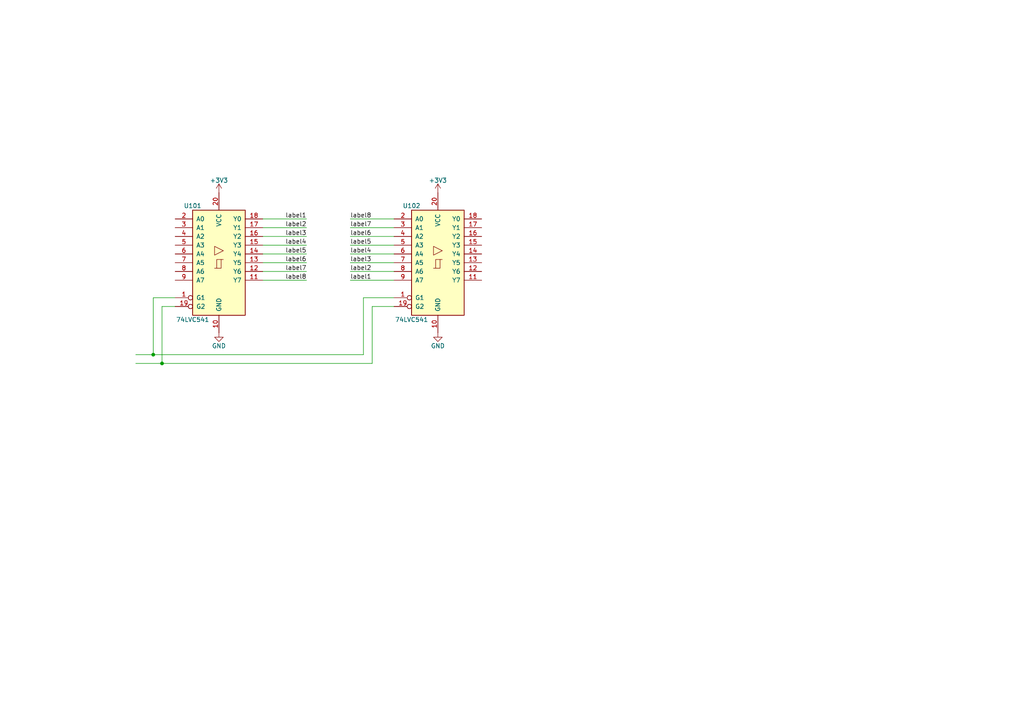
<source format=kicad_sch>
(kicad_sch (version 20231120) (generator "eeschema") (generator_version "8.0")
  (paper "A4")
  (lib_symbols
    (symbol "74xx:74LVC541" (pin_names (offset 1.016))
      (property "Reference" "U" (at -7.62 16.51 0))
      (property "Value" "74LVC541" (at -7.62 -16.51 0))
      (symbol "74LVC541_1_0"
        (polyline (pts (xy -0.635 -1.6002) (xy -0.635 0.9398) (xy 0.635 0.9398)))
        (polyline (pts (xy -1.27 -1.6002) (xy 0.635 -1.6002) (xy 0.635 0.9398) (xy 1.27 0.9398)))
        (polyline (pts (xy 1.27 3.4798) (xy -1.27 4.7498) (xy -1.27 2.2098) (xy 1.27 3.4798)) (stroke (width 0.1524)))
        (pin input inverted (at -12.7 -10.16 0) (length 5.08) (name "G1") (number "1"))
        (pin power_in line (at 0 -20.32 90) (length 5.08) (name "GND") (number "10"))
        (pin tri_state line (at 12.7 -5.08 180) (length 5.08) (name "Y7") (number "11"))
        (pin tri_state line (at 12.7 -2.54 180) (length 5.08) (name "Y6") (number "12"))
        (pin tri_state line (at 12.7 0 180) (length 5.08) (name "Y5") (number "13"))
        (pin tri_state line (at 12.7 2.54 180) (length 5.08) (name "Y4") (number "14"))
        (pin tri_state line (at 12.7 5.08 180) (length 5.08) (name "Y3") (number "15"))
        (pin tri_state line (at 12.7 7.62 180) (length 5.08) (name "Y2") (number "16"))
        (pin tri_state line (at 12.7 10.16 180) (length 5.08) (name "Y1") (number "17"))
        (pin tri_state line (at 12.7 12.7 180) (length 5.08) (name "Y0") (number "18"))
        (pin input inverted (at -12.7 -12.7 0) (length 5.08) (name "G2") (number "19"))
        (pin input line (at -12.7 12.7 0) (length 5.08) (name "A0") (number "2"))
        (pin power_in line (at 0 20.32 270) (length 5.08) (name "VCC") (number "20"))
        (pin input line (at -12.7 10.16 0) (length 5.08) (name "A1") (number "3"))
        (pin input line (at -12.7 7.62 0) (length 5.08) (name "A2") (number "4"))
        (pin input line (at -12.7 5.08 0) (length 5.08) (name "A3") (number "5"))
        (pin input line (at -12.7 2.54 0) (length 5.08) (name "A4") (number "6"))
        (pin input line (at -12.7 0 0) (length 5.08) (name "A5") (number "7"))
        (pin input line (at -12.7 -2.54 0) (length 5.08) (name "A6") (number "8"))
        (pin input line (at -12.7 -5.08 0) (length 5.08) (name "A7") (number "9"))
      )
      (symbol "74LVC541_1_1"
        (rectangle (start -7.62 15.24) (end 7.62 -15.24) (stroke (width 0.254)) (fill (type background)))
      )
    )
    (symbol "power:+3V3" (power) (pin_names (offset 0))
      (property "Value" "+3V3" (at 0 3.556 0))
      (symbol "+3V3_0_1"
        (polyline (pts (xy -0.762 1.27) (xy 0 2.54)))
        (polyline (pts (xy 0 0) (xy 0 2.54)))
        (polyline (pts (xy 0 2.54) (xy 0.762 1.27)))
      )
      (symbol "+3V3_1_1"
        (pin power_in line (at 0 0 90) (length 0) hide (name "+3V3") (number "1"))
      )
    )
    (symbol "power:GND" (power) (pin_names (offset 0))
      (property "Value" "GND" (at 0 -3.81 0))
      (symbol "GND_0_1"
        (polyline (pts (xy 0 0) (xy 0 -1.27) (xy 1.27 -1.27) (xy 0 -2.54) (xy -1.27 -1.27) (xy 0 -1.27)))
      )
      (symbol "GND_1_1"
        (pin power_in line (at 0 0 270) (length 0) hide (name "GND") (number "1"))
      )
    )
  )
  (junction (at 46.99 105.41))
  (junction (at 44.45 102.87))
  (wire (pts (xy 44.45 86.36) (xy 44.45 102.87)))
  (wire (pts (xy 105.41 102.87) (xy 105.41 86.36)))
  (wire (pts (xy 107.95 88.9) (xy 107.95 105.41)))
  (wire (pts (xy 50.8 88.9) (xy 46.99 88.9)))
  (wire (pts (xy 76.2 68.58) (xy 88.9 68.58)))
  (wire (pts (xy 39.37 102.87) (xy 44.45 102.87)))
  (wire (pts (xy 101.6 76.2) (xy 114.3 76.2)))
  (wire (pts (xy 101.6 66.04) (xy 114.3 66.04)))
  (wire (pts (xy 101.6 81.28) (xy 114.3 81.28)))
  (wire (pts (xy 50.8 86.36) (xy 44.45 86.36)))
  (wire (pts (xy 76.2 81.28) (xy 88.9 81.28)))
  (wire (pts (xy 76.2 63.5) (xy 88.9 63.5)))
  (wire (pts (xy 101.6 63.5) (xy 114.3 63.5)))
  (wire (pts (xy 114.3 88.9) (xy 107.95 88.9)))
  (wire (pts (xy 101.6 68.58) (xy 114.3 68.58)))
  (wire (pts (xy 76.2 66.04) (xy 88.9 66.04)))
  (wire (pts (xy 101.6 78.74) (xy 114.3 78.74)))
  (wire (pts (xy 76.2 73.66) (xy 88.9 73.66)))
  (wire (pts (xy 76.2 71.12) (xy 88.9 71.12)))
  (wire (pts (xy 101.6 73.66) (xy 114.3 73.66)))
  (wire (pts (xy 46.99 105.41) (xy 107.95 105.41)))
  (wire (pts (xy 39.37 105.41) (xy 46.99 105.41)))
  (wire (pts (xy 101.6 71.12) (xy 114.3 71.12)))
  (wire (pts (xy 44.45 102.87) (xy 105.41 102.87)))
  (wire (pts (xy 105.41 86.36) (xy 114.3 86.36)))
  (wire (pts (xy 76.2 76.2) (xy 88.9 76.2)))
  (wire (pts (xy 46.99 88.9) (xy 46.99 105.41)))
  (wire (pts (xy 76.2 78.74) (xy 88.9 78.74)))
  (label "label2" (at 101.6 78.74 0))
  (label "label4" (at 88.9 71.12 180))
  (label "label1" (at 101.6 81.28 0))
  (label "label8" (at 101.6 63.5 0))
  (label "label6" (at 88.9 76.2 180))
  (label "label1" (at 88.9 63.5 180))
  (label "label8" (at 88.9 81.28 180))
  (label "label3" (at 101.6 76.2 0))
  (label "label7" (at 101.6 66.04 0))
  (label "label4" (at 101.6 73.66 0))
  (label "label5" (at 88.9 73.66 180))
  (label "label6" (at 101.6 68.58 0))
  (label "label7" (at 88.9 78.74 180))
  (label "label3" (at 88.9 68.58 180))
  (label "label5" (at 101.6 71.12 0))
  (label "label2" (at 88.9 66.04 180))
  (symbol (lib_id "power:GND") (at 63.5 96.52 0) (unit 1)
    (property "Reference" "#PWR0104" (effects (hide yes)))
    (property "Value" "GND" (at 63.5 100.33 0))
    (property "Description" "Power symbol creates a global label with name \"GND\" , ground" (effects (hide yes)))
  )
  (symbol (lib_id "power:+3V3") (at 63.5 55.88 0) (unit 1)
    (property "Reference" "#PWR0101" (effects (hide yes)))
    (property "Value" "+3V3" (at 63.5 52.324 0))
    (property "Description" "Power symbol creates a global label with name \"+3V3\"" (effects (hide yes)))
  )
  (symbol (lib_id "power:+3V3") (at 127 55.88 0) (unit 1)
    (property "Reference" "#PWR0102" (effects (hide yes)))
    (property "Value" "+3V3" (at 127 52.324 0))
    (property "Description" "Power symbol creates a global label with name \"+3V3\"" (effects (hide yes)))
  )
  (symbol (lib_id "74xx:74LVC541") (at 127 76.2 0) (unit 1)
    (property "Reference" "U102" (at 119.38 59.69 0))
    (property "Value" "74LVC541" (at 119.38 92.71 0))
    (property "Footprint" "Package_SO:SOIC-20W_7.5x12.8mm_P1.27mm" (effects (hide yes)))
    (property "Datasheet" "http://www.ti.com/lit/gpn/sn74LVC541" (effects (hide yes)))
    (property "Description" "8-bit Buffer/Line Driver 3-state outputs" (effects (hide yes)))
  )
  (symbol (lib_id "power:GND") (at 127 96.52 0) (unit 1)
    (property "Reference" "#PWR0103" (effects (hide yes)))
    (property "Value" "GND" (at 127 100.33 0))
    (property "Description" "Power symbol creates a global label with name \"GND\" , ground" (effects (hide yes)))
  )
  (symbol (lib_id "74xx:74LVC541") (at 63.5 76.2 0) (unit 1)
    (property "Reference" "U101" (at 55.88 59.69 0))
    (property "Value" "74LVC541" (at 55.88 92.71 0))
    (property "Footprint" "Package_SO:SOIC-20W_7.5x12.8mm_P1.27mm" (effects (hide yes)))
    (property "Datasheet" "http://www.ti.com/lit/gpn/sn74LVC541" (effects (hide yes)))
    (property "Description" "8-bit Buffer/Line Driver 3-state outputs" (effects (hide yes)))
  )
)
</source>
